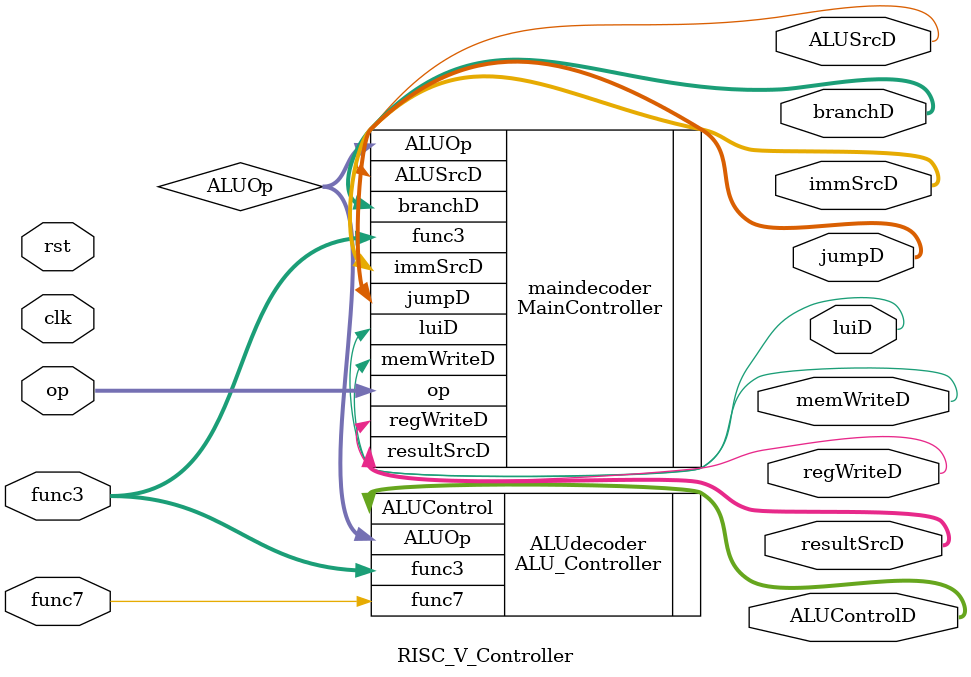
<source format=v>
module RISC_V_Controller(
    input clk,
    input rst,
    input[6:0] op, 
    input[2:0] func3, 
    input func7,
    output regWriteD, 
    output[1:0] resultSrcD, 
    output memWriteD,
    output[1:0] jumpD, 
    output[2:0] branchD, 
    output[2:0] ALUControlD,
    output ALUSrcD, 
    output[2:0] immSrcD, 
    output luiD);

    wire [1:0] ALUOp;

    MainController maindecoder(
        .op(op),
        .func3(func3),
        .regWriteD(regWriteD),
        .resultSrcD(resultSrcD),
        .memWriteD(memWriteD),
        .jumpD(jumpD),
        .branchD(branchD),
        .ALUOp(ALUOp), 
        .ALUSrcD(ALUSrcD), 
        .immSrcD(immSrcD), 
        .luiD(luiD)
    );
    
    ALU_Controller ALUdecoder(
        .func3(func3),
        .func7(func7),
        .ALUOp(ALUOp), 
        .ALUControl(ALUControlD)
    );
    
endmodule
</source>
